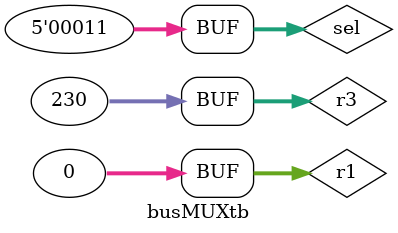
<source format=v>
`timescale 1ns/10ps

module busMUXtb;
    reg [31:0] r1,r2,r3,r4,r5,r6,r7,r8,r9,r10,r11,r12,r13,r14,r15;
    reg [31:0] hi, lo, zhi, zlo, pc, mdr, inport, signExt;
    reg [4:0] sel;
    wire [31:0] muxOut;

    busMUX bus_MUX_instance(r1, r2, r3, r4, r5, r6, r7, r8, r9, r10, r11, r12, r13, r14, r15, hi, lo, zhi, zlo, pc, mdr, inport, signExt);

    initial
        begin
            r1 <= 32'd0;
            sel <= 5'd0;

            #200
            r3 <= 32'd230;
            sel <= 5'd3;
        end
        
endmodule
</source>
